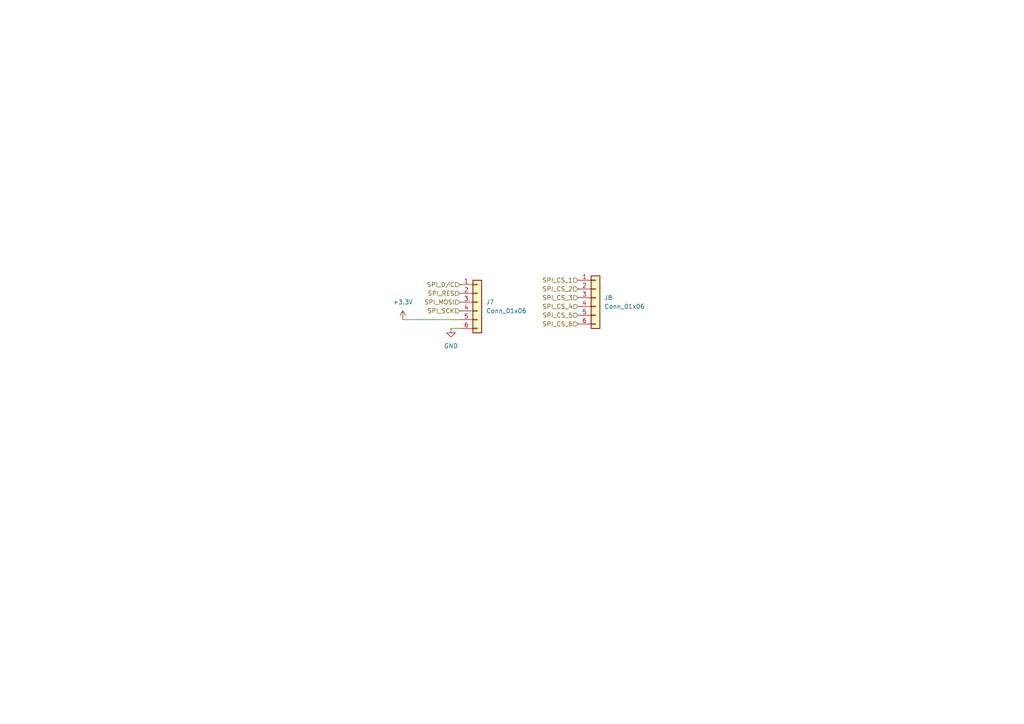
<source format=kicad_sch>
(kicad_sch (version 20250114) (generator "eeschema") (generator_version "9.0")
  (paper "A4")
  (lib_symbols
    (symbol "Connector_Generic:Conn_01x06" (pin_names (offset 1.016) (hide yes))
      (property "Reference" "J" (at 0 7.62 0))
      (property "Value" "Conn_01x06" (at 0 -10.16 0))
      (symbol "Conn_01x06_1_1"
        (rectangle (start -1.27 6.35) (end 1.27 -8.89) (stroke (width 0.254)) (fill (type background)))
        (rectangle (start -1.27 5.207) (end 0 4.953) (stroke (width 0.1524)))
        (rectangle (start -1.27 2.667) (end 0 2.413) (stroke (width 0.1524)))
        (rectangle (start -1.27 0.127) (end 0 -0.127) (stroke (width 0.1524)))
        (rectangle (start -1.27 -2.413) (end 0 -2.667) (stroke (width 0.1524)))
        (rectangle (start -1.27 -4.953) (end 0 -5.207) (stroke (width 0.1524)))
        (rectangle (start -1.27 -7.493) (end 0 -7.747) (stroke (width 0.1524)))
        (pin passive line (at -5.08 5.08 0) (length 3.81) (name "Pin_1") (number "1"))
        (pin passive line (at -5.08 2.54 0) (length 3.81) (name "Pin_2") (number "2"))
        (pin passive line (at -5.08 0 0) (length 3.81) (name "Pin_3") (number "3"))
        (pin passive line (at -5.08 -2.54 0) (length 3.81) (name "Pin_4") (number "4"))
        (pin passive line (at -5.08 -5.08 0) (length 3.81) (name "Pin_5") (number "5"))
        (pin passive line (at -5.08 -7.62 0) (length 3.81) (name "Pin_6") (number "6"))
      )
    )
    (symbol "power:+3.3V" (power) (pin_numbers (hide yes)) (pin_names (offset 0) (hide yes))
      (property "Value" "+3.3V" (at 0 3.556 0))
      (symbol "+3.3V_0_1"
        (polyline (pts (xy -0.762 1.27) (xy 0 2.54)))
        (polyline (pts (xy 0 2.54) (xy 0.762 1.27)))
        (polyline (pts (xy 0 0) (xy 0 2.54)))
      )
      (symbol "+3.3V_1_1"
        (pin power_in line (at 0 0 90) (length 0) (name "~") (number "1"))
      )
    )
    (symbol "power:GND" (power) (pin_numbers (hide yes)) (pin_names (offset 0) (hide yes))
      (property "Value" "GND" (at 0 -3.81 0))
      (symbol "GND_0_1"
        (polyline (pts (xy 0 0) (xy 0 -1.27) (xy 1.27 -1.27) (xy 0 -2.54) (xy -1.27 -1.27) (xy 0 -1.27)))
      )
      (symbol "GND_1_1"
        (pin power_in line (at 0 0 270) (length 0) (name "~") (number "1"))
      )
    )
  )
  (wire (pts (xy 130.81 95.25) (xy 133.35 95.25)))
  (wire (pts (xy 116.84 92.71) (xy 133.35 92.71)))
  (hierarchical_label "SPI_SCK" (shape input) (at 133.35 90.17 180))
  (hierarchical_label "SPI_MOSI" (shape input) (at 133.35 87.63 180))
  (hierarchical_label "SPI_RES" (shape input) (at 133.35 85.09 180))
  (hierarchical_label "SPI_CS_6" (shape input) (at 167.64 93.98 180))
  (hierarchical_label "SPI_CS_3" (shape input) (at 167.64 86.36 180))
  (hierarchical_label "SPI_CS_5" (shape input) (at 167.64 91.44 180))
  (hierarchical_label "SPI_CS_2" (shape input) (at 167.64 83.82 180))
  (hierarchical_label "SPI_D{slash}C" (shape input) (at 133.35 82.55 180))
  (hierarchical_label "SPI_CS_1" (shape input) (at 167.64 81.28 180))
  (hierarchical_label "SPI_CS_4" (shape input) (at 167.64 88.9 180))
  (symbol (lib_id "power:GND") (at 130.81 95.25 0) (unit 1)
    (property "Reference" "#PWR019" (effects (hide yes)))
    (property "Value" "GND" (at 130.81 100.33 0))
    (property "Description" "Power symbol creates a global label with name \"GND\" , ground" (effects (hide yes)))
  )
  (symbol (lib_id "power:+3.3V") (at 116.84 92.71 0) (unit 1)
    (property "Reference" "#PWR018" (effects (hide yes)))
    (property "Value" "+3.3V" (at 116.84 87.63 0))
    (property "Description" "Power symbol creates a global label with name \"+3.3V\"" (effects (hide yes)))
  )
  (symbol (lib_id "Connector_Generic:Conn_01x06") (at 138.43 87.63 0) (unit 1)
    (property "Reference" "J7" (at 140.97 87.6299 0) (effects (justify left)))
    (property "Value" "Conn_01x06" (at 140.97 90.1699 0) (effects (justify left)))
    (property "Footprint" "Connector_JST:JST_EH_B6B-EH-A_1x06_P2.50mm_Vertical" (effects (hide yes)))
    (property "Description" "Generic connector, single row, 01x06, script generated (kicad-library-utils/schlib/autogen/connector/)" (effects (hide yes)))
  )
  (symbol (lib_id "Connector_Generic:Conn_01x06") (at 172.72 86.36 0) (unit 1)
    (property "Reference" "J8" (at 175.26 86.3599 0) (effects (justify left)))
    (property "Value" "Conn_01x06" (at 175.26 88.8999 0) (effects (justify left)))
    (property "Footprint" "Connector_JST:JST_EH_B6B-EH-A_1x06_P2.50mm_Vertical" (effects (hide yes)))
    (property "Description" "Generic connector, single row, 01x06, script generated (kicad-library-utils/schlib/autogen/connector/)" (effects (hide yes)))
  )
)
</source>
